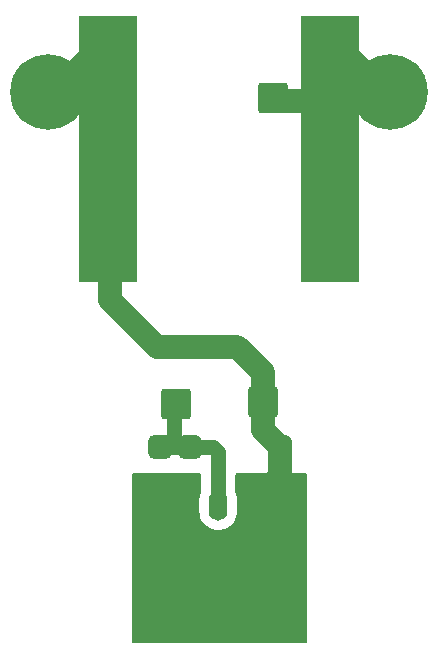
<source format=gbr>
%TF.GenerationSoftware,KiCad,Pcbnew,6.0.2+dfsg-1*%
%TF.CreationDate,2023-02-03T15:03:29+01:00*%
%TF.ProjectId,UnUn_BNC,556e556e-5f42-44e4-932e-6b696361645f,rev?*%
%TF.SameCoordinates,Original*%
%TF.FileFunction,Copper,L2,Bot*%
%TF.FilePolarity,Positive*%
%FSLAX46Y46*%
G04 Gerber Fmt 4.6, Leading zero omitted, Abs format (unit mm)*
G04 Created by KiCad (PCBNEW 6.0.2+dfsg-1) date 2023-02-03 15:03:29*
%MOMM*%
%LPD*%
G01*
G04 APERTURE LIST*
G04 Aperture macros list*
%AMRoundRect*
0 Rectangle with rounded corners*
0 $1 Rounding radius*
0 $2 $3 $4 $5 $6 $7 $8 $9 X,Y pos of 4 corners*
0 Add a 4 corners polygon primitive as box body*
4,1,4,$2,$3,$4,$5,$6,$7,$8,$9,$2,$3,0*
0 Add four circle primitives for the rounded corners*
1,1,$1+$1,$2,$3*
1,1,$1+$1,$4,$5*
1,1,$1+$1,$6,$7*
1,1,$1+$1,$8,$9*
0 Add four rect primitives between the rounded corners*
20,1,$1+$1,$2,$3,$4,$5,0*
20,1,$1+$1,$4,$5,$6,$7,0*
20,1,$1+$1,$6,$7,$8,$9,0*
20,1,$1+$1,$8,$9,$2,$3,0*%
G04 Aperture macros list end*
%TA.AperFunction,ComponentPad*%
%ADD10RoundRect,0.249999X-1.025001X-1.025001X1.025001X-1.025001X1.025001X1.025001X-1.025001X1.025001X0*%
%TD*%
%TA.AperFunction,ComponentPad*%
%ADD11RoundRect,0.250002X-1.699998X-1.699998X1.699998X-1.699998X1.699998X1.699998X-1.699998X1.699998X0*%
%TD*%
%TA.AperFunction,ComponentPad*%
%ADD12O,1.600000X2.500000*%
%TD*%
%TA.AperFunction,ComponentPad*%
%ADD13O,3.500000X7.000000*%
%TD*%
%TA.AperFunction,ComponentPad*%
%ADD14C,6.400000*%
%TD*%
%TA.AperFunction,ComponentPad*%
%ADD15RoundRect,0.500000X-0.500000X-0.500000X0.500000X-0.500000X0.500000X0.500000X-0.500000X0.500000X0*%
%TD*%
%TA.AperFunction,SMDPad,CuDef*%
%ADD16R,5.000000X22.500000*%
%TD*%
%TA.AperFunction,Conductor*%
%ADD17C,1.300000*%
%TD*%
%TA.AperFunction,Conductor*%
%ADD18C,2.000000*%
%TD*%
%TA.AperFunction,Conductor*%
%ADD19C,1.700000*%
%TD*%
%TA.AperFunction,Conductor*%
%ADD20C,1.000000*%
%TD*%
G04 APERTURE END LIST*
D10*
%TO.P,U2,1,a*%
%TO.N,GND*%
X121302000Y-78632000D03*
%TO.P,U2,4,b'*%
%TO.N,Net-(U1-Pad1)*%
X113902000Y-78732000D03*
%TO.P,U2,5,x*%
%TO.N,Net-(H1-Pad1)*%
X122123200Y-52832000D03*
%TD*%
D11*
%TO.P,J5,1,Pin_1*%
%TO.N,GND*%
X108204000Y-48260000D03*
%TD*%
D12*
%TO.P,J1,1,In*%
%TO.N,Net-(C1-Pad1)*%
X117525000Y-87375000D03*
D13*
%TO.P,J1,2,Ext*%
%TO.N,GND*%
X122605000Y-92455000D03*
D12*
X120065000Y-87375000D03*
D13*
X112445000Y-92455000D03*
%TD*%
D11*
%TO.P,J3,1,Pin_1*%
%TO.N,Net-(H1-Pad1)*%
X127000000Y-48260000D03*
%TD*%
D14*
%TO.P,H2,1,1*%
%TO.N,GND*%
X103124000Y-52324000D03*
%TD*%
D15*
%TO.P,C1,1*%
%TO.N,Net-(C1-Pad1)*%
X115135000Y-82425000D03*
X112595000Y-82425000D03*
%TO.P,C1,2*%
%TO.N,GND*%
X122755000Y-82425000D03*
%TD*%
D14*
%TO.P,H1,1,1*%
%TO.N,Net-(H1-Pad1)*%
X132080000Y-52324000D03*
%TD*%
D16*
%TO.P,J4,1,Pin_1*%
%TO.N,Net-(H1-Pad1)*%
X127000000Y-57150000D03*
%TD*%
%TO.P,J6,1,Pin_1*%
%TO.N,GND*%
X108204000Y-57150000D03*
%TD*%
D17*
%TO.N,Net-(C1-Pad1)*%
X113800000Y-82425000D02*
X112595000Y-82425000D01*
X117075000Y-82425000D02*
X115135000Y-82425000D01*
X113800000Y-79175000D02*
X113975000Y-79000000D01*
X113800000Y-82425000D02*
X113800000Y-79175000D01*
X117525000Y-82875000D02*
X117075000Y-82425000D01*
X115135000Y-82425000D02*
X113800000Y-82425000D01*
X117525000Y-87375000D02*
X117525000Y-82875000D01*
%TO.N,GND*%
X107188000Y-48260000D02*
X103124000Y-52324000D01*
D18*
X121302000Y-78632000D02*
X121302000Y-76102000D01*
D17*
X108204000Y-48260000D02*
X108204000Y-57150000D01*
D18*
X121302000Y-76102000D02*
X119125000Y-73925000D01*
D17*
X108204000Y-48260000D02*
X107188000Y-48260000D01*
X108204000Y-57150000D02*
X108204000Y-66929000D01*
D18*
X121302000Y-78632000D02*
X121302000Y-80972000D01*
X112350000Y-73925000D02*
X108375000Y-69950000D01*
D17*
X121275000Y-79050000D02*
X121675000Y-79050000D01*
D18*
X121302000Y-80972000D02*
X122755000Y-82425000D01*
D19*
X122755000Y-84685000D02*
X120065000Y-87375000D01*
D18*
X108375000Y-69950000D02*
X108375000Y-60225000D01*
X122755000Y-82425000D02*
X122755000Y-84685000D01*
D17*
X121000000Y-78775000D02*
X121275000Y-79050000D01*
X108375000Y-60225000D02*
X108650000Y-59950000D01*
D18*
X119125000Y-73925000D02*
X112350000Y-73925000D01*
D17*
%TO.N,Net-(H1-Pad1)*%
X127000000Y-48260000D02*
X128016000Y-48260000D01*
D18*
X127000000Y-53086000D02*
X122377200Y-53086000D01*
D20*
X127000000Y-57150000D02*
X127000000Y-53086000D01*
X122377200Y-53086000D02*
X122123200Y-52832000D01*
D17*
X127000000Y-48260000D02*
X127000000Y-53086000D01*
D20*
X127000000Y-66929000D02*
X127000000Y-57150000D01*
D17*
X128016000Y-48260000D02*
X132080000Y-52324000D01*
X125526800Y-55676800D02*
X127000000Y-57150000D01*
%TO.N,Net-(U1-Pad1)*%
X114018000Y-78668000D02*
X113925000Y-78575000D01*
%TD*%
%TA.AperFunction,Conductor*%
%TO.N,GND*%
G36*
X116016621Y-84657002D02*
G01*
X116063114Y-84710658D01*
X116074500Y-84763000D01*
X116074500Y-86219445D01*
X116064909Y-86267663D01*
X115998127Y-86428889D01*
X115939317Y-86673852D01*
X115924500Y-86862118D01*
X115924500Y-87887882D01*
X115939317Y-88076148D01*
X115998127Y-88321111D01*
X116094534Y-88553859D01*
X116226164Y-88768659D01*
X116229376Y-88772419D01*
X116229379Y-88772424D01*
X116374256Y-88942052D01*
X116389776Y-88960224D01*
X116393538Y-88963437D01*
X116577576Y-89120621D01*
X116577581Y-89120624D01*
X116581341Y-89123836D01*
X116796141Y-89255466D01*
X116800711Y-89257359D01*
X116800715Y-89257361D01*
X117024316Y-89349979D01*
X117028889Y-89351873D01*
X117113289Y-89372135D01*
X117269039Y-89409528D01*
X117269045Y-89409529D01*
X117273852Y-89410683D01*
X117525000Y-89430449D01*
X117776148Y-89410683D01*
X117780955Y-89409529D01*
X117780961Y-89409528D01*
X117936711Y-89372135D01*
X118021111Y-89351873D01*
X118025684Y-89349979D01*
X118249285Y-89257361D01*
X118249289Y-89257359D01*
X118253859Y-89255466D01*
X118468659Y-89123836D01*
X118472419Y-89120624D01*
X118472424Y-89120621D01*
X118656462Y-88963437D01*
X118660224Y-88960224D01*
X118675744Y-88942052D01*
X118820621Y-88772424D01*
X118820624Y-88772419D01*
X118823836Y-88768659D01*
X118955466Y-88553859D01*
X119051873Y-88321111D01*
X119110683Y-88076148D01*
X119125500Y-87887882D01*
X119125500Y-86862118D01*
X119110683Y-86673852D01*
X119051873Y-86428889D01*
X118985091Y-86267663D01*
X118975500Y-86219445D01*
X118975500Y-84763000D01*
X118995502Y-84694879D01*
X119049158Y-84648386D01*
X119101500Y-84637000D01*
X124935231Y-84637000D01*
X125003352Y-84657002D01*
X125049845Y-84710658D01*
X125061231Y-84763000D01*
X125061231Y-98774283D01*
X125057112Y-98806235D01*
X125042016Y-98863819D01*
X125033451Y-98886961D01*
X125006035Y-98943341D01*
X124992049Y-98972102D01*
X124944270Y-99024616D01*
X124878736Y-99043000D01*
X110329737Y-99043000D01*
X110261616Y-99022998D01*
X110215123Y-98969342D01*
X110205856Y-98929221D01*
X110204798Y-98929367D01*
X110201192Y-98903275D01*
X110200006Y-98886013D01*
X110200905Y-89409528D01*
X110201346Y-84762988D01*
X110221355Y-84694869D01*
X110275015Y-84648381D01*
X110327346Y-84637000D01*
X115948500Y-84637000D01*
X116016621Y-84657002D01*
G37*
%TD.AperFunction*%
%TD*%
M02*

</source>
